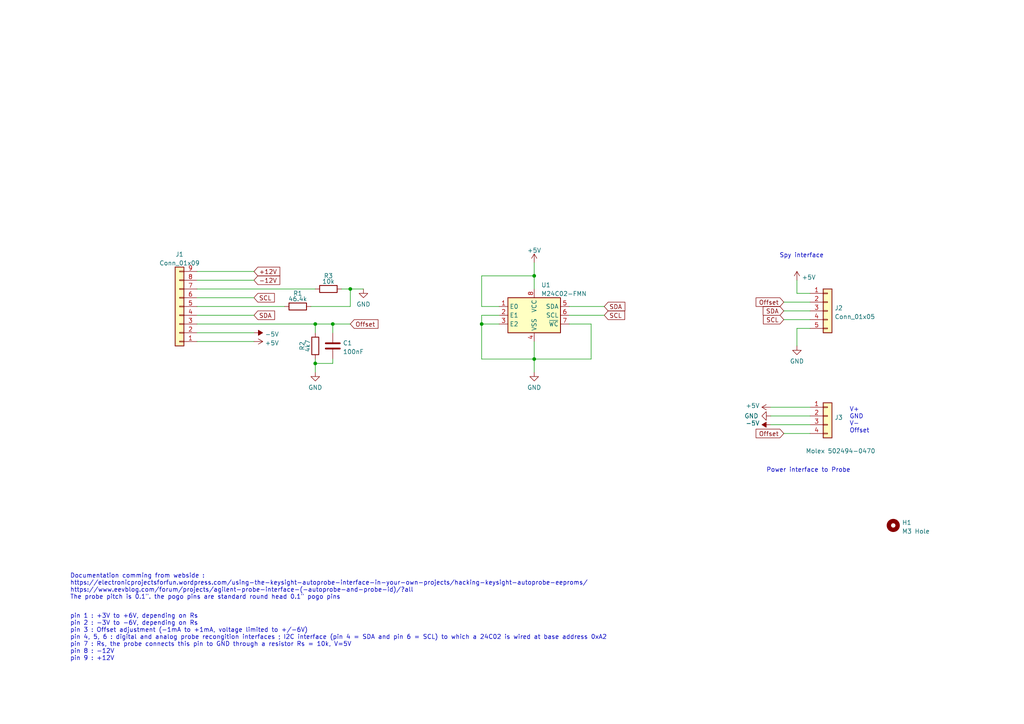
<source format=kicad_sch>
(kicad_sch (version 20231120) (generator "eeschema") (generator_version "8.0")
  (paper "A4")
  (title_block (title "Autoprobe DIY") (date "2022-08-20") (rev "0.1"))
  (lib_symbols
    (symbol "Connector_Generic:Conn_01x04" (pin_names (offset 1.016) hide)
      (property "Reference" "J" (at 0 5.08 0))
      (property "Value" "Conn_01x04" (at 0 -7.62 0))
      (symbol "Conn_01x04_1_1"
        (rectangle (start -1.27 -4.953) (end 0 -5.207) (stroke (width 0.1524)))
        (rectangle (start -1.27 -2.413) (end 0 -2.667) (stroke (width 0.1524)))
        (rectangle (start -1.27 0.127) (end 0 -0.127) (stroke (width 0.1524)))
        (rectangle (start -1.27 2.667) (end 0 2.413) (stroke (width 0.1524)))
        (rectangle (start -1.27 3.81) (end 1.27 -6.35) (stroke (width 0.254)) (fill (type background)))
        (pin passive line (at -5.08 2.54 0) (length 3.81) (name "Pin_1") (number "1"))
        (pin passive line (at -5.08 0 0) (length 3.81) (name "Pin_2") (number "2"))
        (pin passive line (at -5.08 -2.54 0) (length 3.81) (name "Pin_3") (number "3"))
        (pin passive line (at -5.08 -5.08 0) (length 3.81) (name "Pin_4") (number "4"))
      )
    )
    (symbol "Connector_Generic:Conn_01x05" (pin_names (offset 1.016) hide)
      (property "Reference" "J" (at 0 7.62 0))
      (property "Value" "Conn_01x05" (at 0 -7.62 0))
      (symbol "Conn_01x05_1_1"
        (rectangle (start -1.27 -4.953) (end 0 -5.207) (stroke (width 0.1524)))
        (rectangle (start -1.27 -2.413) (end 0 -2.667) (stroke (width 0.1524)))
        (rectangle (start -1.27 0.127) (end 0 -0.127) (stroke (width 0.1524)))
        (rectangle (start -1.27 2.667) (end 0 2.413) (stroke (width 0.1524)))
        (rectangle (start -1.27 5.207) (end 0 4.953) (stroke (width 0.1524)))
        (rectangle (start -1.27 6.35) (end 1.27 -6.35) (stroke (width 0.254)) (fill (type background)))
        (pin passive line (at -5.08 5.08 0) (length 3.81) (name "Pin_1") (number "1"))
        (pin passive line (at -5.08 2.54 0) (length 3.81) (name "Pin_2") (number "2"))
        (pin passive line (at -5.08 0 0) (length 3.81) (name "Pin_3") (number "3"))
        (pin passive line (at -5.08 -2.54 0) (length 3.81) (name "Pin_4") (number "4"))
        (pin passive line (at -5.08 -5.08 0) (length 3.81) (name "Pin_5") (number "5"))
      )
    )
    (symbol "Connector_Generic:Conn_01x09" (pin_names (offset 1.016) hide)
      (property "Reference" "J" (at 0 12.7 0))
      (property "Value" "Conn_01x09" (at 0 -12.7 0))
      (symbol "Conn_01x09_1_1"
        (rectangle (start -1.27 -10.033) (end 0 -10.287) (stroke (width 0.1524)))
        (rectangle (start -1.27 -7.493) (end 0 -7.747) (stroke (width 0.1524)))
        (rectangle (start -1.27 -4.953) (end 0 -5.207) (stroke (width 0.1524)))
        (rectangle (start -1.27 -2.413) (end 0 -2.667) (stroke (width 0.1524)))
        (rectangle (start -1.27 0.127) (end 0 -0.127) (stroke (width 0.1524)))
        (rectangle (start -1.27 2.667) (end 0 2.413) (stroke (width 0.1524)))
        (rectangle (start -1.27 5.207) (end 0 4.953) (stroke (width 0.1524)))
        (rectangle (start -1.27 7.747) (end 0 7.493) (stroke (width 0.1524)))
        (rectangle (start -1.27 10.287) (end 0 10.033) (stroke (width 0.1524)))
        (rectangle (start -1.27 11.43) (end 1.27 -11.43) (stroke (width 0.254)) (fill (type background)))
        (pin passive line (at -5.08 10.16 0) (length 3.81) (name "Pin_1") (number "1"))
        (pin passive line (at -5.08 7.62 0) (length 3.81) (name "Pin_2") (number "2"))
        (pin passive line (at -5.08 5.08 0) (length 3.81) (name "Pin_3") (number "3"))
        (pin passive line (at -5.08 2.54 0) (length 3.81) (name "Pin_4") (number "4"))
        (pin passive line (at -5.08 0 0) (length 3.81) (name "Pin_5") (number "5"))
        (pin passive line (at -5.08 -2.54 0) (length 3.81) (name "Pin_6") (number "6"))
        (pin passive line (at -5.08 -5.08 0) (length 3.81) (name "Pin_7") (number "7"))
        (pin passive line (at -5.08 -7.62 0) (length 3.81) (name "Pin_8") (number "8"))
        (pin passive line (at -5.08 -10.16 0) (length 3.81) (name "Pin_9") (number "9"))
      )
    )
    (symbol "Device:C" (pin_numbers hide) (pin_names (offset 0.254))
      (property "Reference" "C" (at 0.635 2.54 0))
      (property "Value" "C" (at 0.635 -2.54 0))
      (symbol "C_0_1"
        (polyline (pts (xy -2.032 -0.762) (xy 2.032 -0.762)) (stroke (width 0.508)))
        (polyline (pts (xy -2.032 0.762) (xy 2.032 0.762)) (stroke (width 0.508)))
      )
      (symbol "C_1_1"
        (pin passive line (at 0 3.81 270) (length 2.794) (name "~") (number "1"))
        (pin passive line (at 0 -3.81 90) (length 2.794) (name "~") (number "2"))
      )
    )
    (symbol "Device:R" (pin_numbers hide) (pin_names (offset 0))
      (property "Reference" "R" (at 2.032 0 90))
      (property "Value" "R" (at 0 0 90))
      (symbol "R_0_1"
        (rectangle (start -1.016 -2.54) (end 1.016 2.54) (stroke (width 0.254)))
      )
      (symbol "R_1_1"
        (pin passive line (at 0 3.81 270) (length 1.27) (name "~") (number "1"))
        (pin passive line (at 0 -3.81 90) (length 1.27) (name "~") (number "2"))
      )
    )
    (symbol "Mechanical:MountingHole" (pin_names (offset 1.016))
      (property "Reference" "H" (at 0 5.08 0))
      (property "Value" "MountingHole" (at 0 3.175 0))
      (symbol "MountingHole_0_1"
        (circle (center 0 0) (radius 1.27) (stroke (width 1.27)))
      )
    )
    (symbol "Memory_EEPROM:M24C02-FMN"
      (property "Reference" "U" (at -6.35 6.35 0))
      (property "Value" "M24C02-FMN" (at 7.62 6.35 0))
      (symbol "M24C02-FMN_0_1"
        (rectangle (start -7.62 5.08) (end 7.62 -5.08) (stroke (width 0.254)) (fill (type background)))
      )
      (symbol "M24C02-FMN_1_1"
        (pin input line (at -10.16 2.54 0) (length 2.54) (name "E0") (number "1"))
        (pin input line (at -10.16 0 0) (length 2.54) (name "E1") (number "2"))
        (pin input line (at -10.16 -2.54 0) (length 2.54) (name "E2") (number "3"))
        (pin power_in line (at 0 -7.62 90) (length 2.54) (name "VSS") (number "4"))
        (pin bidirectional line (at 10.16 2.54 180) (length 2.54) (name "SDA") (number "5"))
        (pin input line (at 10.16 0 180) (length 2.54) (name "SCL") (number "6"))
        (pin input line (at 10.16 -2.54 180) (length 2.54) (name "~{WC}") (number "7"))
        (pin power_in line (at 0 7.62 270) (length 2.54) (name "VCC") (number "8"))
      )
    )
    (symbol "power:+5V" (power) (pin_names (offset 0))
      (property "Value" "+5V" (at 0 3.556 0))
      (symbol "+5V_0_1"
        (polyline (pts (xy -0.762 1.27) (xy 0 2.54)))
        (polyline (pts (xy 0 0) (xy 0 2.54)))
        (polyline (pts (xy 0 2.54) (xy 0.762 1.27)))
      )
      (symbol "+5V_1_1"
        (pin power_in line (at 0 0 90) (length 0) hide (name "+5V") (number "1"))
      )
    )
    (symbol "power:-5V" (power) (pin_names (offset 0))
      (property "Value" "-5V" (at 0 3.81 0))
      (symbol "-5V_0_0"
        (pin power_in line (at 0 0 90) (length 0) hide (name "-5V") (number "1"))
      )
      (symbol "-5V_0_1"
        (polyline (pts (xy 0 0) (xy 0 1.27) (xy 0.762 1.27) (xy 0 2.54) (xy -0.762 1.27) (xy 0 1.27)) (fill (type outline)))
      )
    )
    (symbol "power:GND" (power) (pin_names (offset 0))
      (property "Value" "GND" (at 0 -3.81 0))
      (symbol "GND_0_1"
        (polyline (pts (xy 0 0) (xy 0 -1.27) (xy 1.27 -1.27) (xy 0 -2.54) (xy -1.27 -1.27) (xy 0 -1.27)))
      )
      (symbol "GND_1_1"
        (pin power_in line (at 0 0 270) (length 0) hide (name "GND") (number "1"))
      )
    )
  )
  (junction (at 101.6 83.82))
  (junction (at 154.94 104.14))
  (junction (at 91.44 93.98))
  (junction (at 91.44 105.41))
  (junction (at 96.52 93.98))
  (junction (at 139.7 93.98))
  (junction (at 154.94 80.01))
  (wire (pts (xy 139.7 91.44) (xy 139.7 93.98)))
  (wire (pts (xy 99.06 83.82) (xy 101.6 83.82)))
  (wire (pts (xy 139.7 104.14) (xy 154.94 104.14)))
  (wire (pts (xy 171.45 104.14) (xy 154.94 104.14)))
  (wire (pts (xy 227.33 87.63) (xy 234.95 87.63)))
  (wire (pts (xy 57.15 83.82) (xy 91.44 83.82)))
  (wire (pts (xy 139.7 80.01) (xy 154.94 80.01)))
  (wire (pts (xy 227.33 90.17) (xy 234.95 90.17)))
  (wire (pts (xy 154.94 104.14) (xy 154.94 107.95)))
  (wire (pts (xy 91.44 93.98) (xy 96.52 93.98)))
  (wire (pts (xy 165.1 88.9) (xy 175.26 88.9)))
  (wire (pts (xy 57.15 81.28) (xy 73.66 81.28)))
  (wire (pts (xy 57.15 93.98) (xy 91.44 93.98)))
  (wire (pts (xy 91.44 96.52) (xy 91.44 93.98)))
  (wire (pts (xy 165.1 93.98) (xy 171.45 93.98)))
  (wire (pts (xy 223.52 123.19) (xy 234.95 123.19)))
  (wire (pts (xy 139.7 93.98) (xy 139.7 104.14)))
  (wire (pts (xy 91.44 105.41) (xy 91.44 107.95)))
  (wire (pts (xy 91.44 105.41) (xy 96.52 105.41)))
  (wire (pts (xy 231.14 95.25) (xy 231.14 100.33)))
  (wire (pts (xy 139.7 80.01) (xy 139.7 88.9)))
  (wire (pts (xy 139.7 88.9) (xy 144.78 88.9)))
  (wire (pts (xy 231.14 85.09) (xy 231.14 81.28)))
  (wire (pts (xy 154.94 76.2) (xy 154.94 80.01)))
  (wire (pts (xy 139.7 93.98) (xy 144.78 93.98)))
  (wire (pts (xy 57.15 88.9) (xy 82.55 88.9)))
  (wire (pts (xy 234.95 95.25) (xy 231.14 95.25)))
  (wire (pts (xy 57.15 96.52) (xy 73.66 96.52)))
  (wire (pts (xy 96.52 96.52) (xy 96.52 93.98)))
  (wire (pts (xy 57.15 91.44) (xy 73.66 91.44)))
  (wire (pts (xy 171.45 93.98) (xy 171.45 104.14)))
  (wire (pts (xy 57.15 86.36) (xy 73.66 86.36)))
  (wire (pts (xy 96.52 104.14) (xy 96.52 105.41)))
  (wire (pts (xy 223.52 118.11) (xy 234.95 118.11)))
  (wire (pts (xy 139.7 91.44) (xy 144.78 91.44)))
  (wire (pts (xy 154.94 99.06) (xy 154.94 104.14)))
  (wire (pts (xy 227.33 92.71) (xy 234.95 92.71)))
  (wire (pts (xy 91.44 104.14) (xy 91.44 105.41)))
  (wire (pts (xy 57.15 78.74) (xy 73.66 78.74)))
  (wire (pts (xy 96.52 93.98) (xy 101.6 93.98)))
  (wire (pts (xy 165.1 91.44) (xy 175.26 91.44)))
  (wire (pts (xy 227.33 125.73) (xy 234.95 125.73)))
  (wire (pts (xy 57.15 99.06) (xy 73.66 99.06)))
  (wire (pts (xy 90.17 88.9) (xy 101.6 88.9)))
  (wire (pts (xy 101.6 83.82) (xy 105.41 83.82)))
  (wire (pts (xy 101.6 83.82) (xy 101.6 88.9)))
  (wire (pts (xy 154.94 80.01) (xy 154.94 83.82)))
  (wire (pts (xy 223.52 120.65) (xy 234.95 120.65)))
  (wire (pts (xy 234.95 85.09) (xy 231.14 85.09)))
  (text "pin 1 : +3V to +6V, depending on Rs\npin 2 : -3V to -6V, depending on Rs\npin 3 : Offset adjustment (-1mA to +1mA, voltage limited to +/-6V)\npin 4, 5, 6 : digital and analog probe recongition interfaces ; I2C interface (pin 4 = SDA and pin 6 = SCL) to which a 24C02 is wired at base address 0xA2\npin 7 : Rs, the probe connects this pin to GND through a resistor Rs = 10k, V=5V\npin 8 : -12V\npin 9 : +12V" (at 20.32 191.77 0) (effects (font (size 1.27 1.27)) (justify left bottom)))
  (text "Documentation comming from webside :\nhttps://electronicprojectsforfun.wordpress.com/using-the-keysight-autoprobe-interface-in-your-own-projects/hacking-keysight-autoprobe-eeproms/\nhttps://www.eevblog.com/forum/projects/agilent-probe-interface-(-autoprobe-and-probe-id)/?all\nThe probe pitch is 0.1\". the pogo pins are standard round head 0.1\" pogo pins" (at 20.32 173.99 0) (effects (font (size 1.27 1.27)) (justify left bottom)))
  (text "V+\nGND\nV-\nOffset" (at 246.38 125.73 0) (effects (font (size 1.27 1.27)) (justify left bottom)))
  (text "Power interface to Probe" (at 222.25 137.16 0) (effects (font (size 1.27 1.27)) (justify left bottom)))
  (text "Spy interface" (at 226.06 74.93 0) (effects (font (size 1.27 1.27)) (justify left bottom)))
  (global_label "SCL" (shape input) (at 73.66 86.36 0) (property "Intersheetrefs" "${INTERSHEET_REFS}" (effects (hide yes))))
  (global_label "Offset" (shape input) (at 101.6 93.98 0) (property "Intersheetrefs" "${INTERSHEET_REFS}" (effects (hide yes))))
  (global_label "SCL" (shape input) (at 227.33 92.71 180) (property "Intersheetrefs" "${INTERSHEET_REFS}" (effects (hide yes))))
  (global_label "Offset" (shape input) (at 227.33 125.73 180) (property "Intersheetrefs" "${INTERSHEET_REFS}" (effects (hide yes))))
  (global_label "-12V" (shape input) (at 73.66 81.28 0) (property "Intersheetrefs" "${INTERSHEET_REFS}" (effects (hide yes))))
  (global_label "Offset" (shape input) (at 227.33 87.63 180) (property "Intersheetrefs" "${INTERSHEET_REFS}" (effects (hide yes))))
  (global_label "SDA" (shape input) (at 175.26 88.9 0) (property "Intersheetrefs" "${INTERSHEET_REFS}" (effects (hide yes))))
  (global_label "SCL" (shape input) (at 175.26 91.44 0) (property "Intersheetrefs" "${INTERSHEET_REFS}" (effects (hide yes))))
  (global_label "SDA" (shape input) (at 227.33 90.17 180) (property "Intersheetrefs" "${INTERSHEET_REFS}" (effects (hide yes))))
  (global_label "SDA" (shape input) (at 73.66 91.44 0) (property "Intersheetrefs" "${INTERSHEET_REFS}" (effects (hide yes))))
  (global_label "+12V" (shape input) (at 73.66 78.74 0) (property "Intersheetrefs" "${INTERSHEET_REFS}" (effects (hide yes))))
  (symbol (lib_id "Connector_Generic:Conn_01x05") (at 240.03 90.17 0) (unit 1)
    (property "Reference" "J2" (at 242.062 89.3353 0) (effects (justify left)))
    (property "Value" "Conn_01x05" (at 242.062 91.8722 0) (effects (justify left)))
    (property "Footprint" "Connector_PinHeader_2.54mm:PinHeader_1x05_P2.54mm_Vertical" (effects (hide yes)))
  )
  (symbol (lib_id "power:-5V") (at 223.52 123.19 90) (unit 1)
    (property "Reference" "#PWR09" (effects (hide yes)))
    (property "Value" "-5V" (at 220.345 122.7562 90) (effects (justify left)))
  )
  (symbol (lib_id "Connector_Generic:Conn_01x04") (at 240.03 120.65 0) (unit 1)
    (property "Reference" "J3" (at 242.062 121.0853 0) (effects (justify left)))
    (property "Value" "Molex 502494-0470" (at 233.68 130.81 0) (effects (justify left)))
    (property "Footprint" "Connector_Molex:Molex_CLIK-Mate_502494-0470_1x04-1MP_P2.00mm_Horizontal" (effects (hide yes)))
    (property "Datasheet" "https://www.molex.com/molex/products/part-detail/pcb_receptacles/5024940470" (effects (hide yes)))
  )
  (symbol (lib_id "power:+5V") (at 231.14 81.28 0) (unit 1)
    (property "Reference" "#PWR010" (effects (hide yes)))
    (property "Value" "+5V" (at 232.537 80.4438 0) (effects (justify left)))
  )
  (symbol (lib_id "Connector_Generic:Conn_01x09") (at 52.07 88.9 180) (unit 1)
    (property "Reference" "J1" (at 52.07 73.7702 0))
    (property "Value" "Conn_01x09" (at 52.07 76.3071 0))
    (property "Footprint" "Connector_PinHeader_2.54mm:PinHeader_1x09_P2.54mm_Horizontal" (effects (hide yes)))
  )
  (symbol (lib_id "power:+5V") (at 73.66 99.06 270) (unit 1)
    (property "Reference" "#PWR02" (effects (hide yes)))
    (property "Value" "+5V" (at 76.835 99.4938 90) (effects (justify left)))
  )
  (symbol (lib_id "power:GND") (at 154.94 107.95 0) (unit 1)
    (property "Reference" "#PWR06" (effects (hide yes)))
    (property "Value" "GND" (at 154.94 112.3934 0))
  )
  (symbol (lib_id "power:GND") (at 105.41 83.82 0) (unit 1)
    (property "Reference" "#PWR04" (effects (hide yes)))
    (property "Value" "GND" (at 105.41 88.2634 0))
  )
  (symbol (lib_id "power:-5V") (at 73.66 96.52 270) (unit 1)
    (property "Reference" "#PWR01" (effects (hide yes)))
    (property "Value" "-5V" (at 76.835 96.9538 90) (effects (justify left)))
  )
  (symbol (lib_id "power:GND") (at 231.14 100.33 0) (unit 1)
    (property "Reference" "#PWR011" (effects (hide yes)))
    (property "Value" "GND" (at 231.14 104.7734 0))
  )
  (symbol (lib_id "power:+5V") (at 154.94 76.2 0) (unit 1)
    (property "Reference" "#PWR05" (effects (hide yes)))
    (property "Value" "+5V" (at 154.94 72.6242 0))
  )
  (symbol (lib_id "power:GND") (at 223.52 120.65 270) (unit 1)
    (property "Reference" "#PWR08" (effects (hide yes)))
    (property "Value" "GND" (at 215.9 120.65 90) (effects (justify left)))
  )
  (symbol (lib_id "Memory_EEPROM:M24C02-FMN") (at 154.94 91.44 0) (unit 1)
    (property "Reference" "U1" (at 156.9594 82.6602 0) (effects (justify left)))
    (property "Value" "M24C02-FMN" (at 156.9594 85.1971 0) (effects (justify left)))
    (property "Footprint" "Package_SO:SOIC-8_3.9x4.9mm_P1.27mm" (effects (hide yes)))
    (property "Datasheet" "http://www.st.com/content/ccc/resource/technical/document/datasheet/b0/d8/50/40/5a/85/49/6f/DM00071904.pdf/files/DM00071904.pdf/jcr:content/translations/en.DM00071904.pdf" (effects (hide yes)))
  )
  (symbol (lib_id "Device:R") (at 86.36 88.9 90) (unit 1)
    (property "Reference" "R1" (at 86.36 85.09 90))
    (property "Value" "46.4k" (at 86.36 86.7211 90))
    (property "Footprint" "Resistor_SMD:R_0402_1005Metric_Pad0.72x0.64mm_HandSolder" (effects (hide yes)))
  )
  (symbol (lib_id "Device:R") (at 95.25 83.82 90) (unit 1)
    (property "Reference" "R3" (at 95.25 80.01 90))
    (property "Value" "10k" (at 95.25 81.6411 90))
    (property "Footprint" "Resistor_SMD:R_0402_1005Metric_Pad0.72x0.64mm_HandSolder" (effects (hide yes)))
  )
  (symbol (lib_id "Device:C") (at 96.52 100.33 0) (unit 1)
    (property "Reference" "C1" (at 99.441 99.4953 0) (effects (justify left)))
    (property "Value" "100nF" (at 99.441 102.0322 0) (effects (justify left)))
    (property "Footprint" "Capacitor_SMD:C_0402_1005Metric_Pad0.74x0.62mm_HandSolder" (effects (hide yes)))
  )
  (symbol (lib_id "Device:R") (at 91.44 100.33 180) (unit 1)
    (property "Reference" "R2" (at 87.63 100.33 90))
    (property "Value" "4k7" (at 89.2611 100.33 90))
    (property "Footprint" "Resistor_SMD:R_0402_1005Metric_Pad0.72x0.64mm_HandSolder" (effects (hide yes)))
  )
  (symbol (lib_id "Mechanical:MountingHole") (at 259.08 152.4 0) (unit 1)
    (property "Reference" "H1" (at 261.62 151.5653 0) (effects (justify left)))
    (property "Value" "M3 Hole" (at 261.62 154.1022 0) (effects (justify left)))
    (property "Footprint" "MountingHole:MountingHole_3.2mm_M3" (effects (hide yes)))
  )
  (symbol (lib_id "power:GND") (at 91.44 107.95 0) (unit 1)
    (property "Reference" "#PWR03" (effects (hide yes)))
    (property "Value" "GND" (at 91.44 112.3934 0))
  )
  (symbol (lib_id "power:+5V") (at 223.52 118.11 90) (unit 1)
    (property "Reference" "#PWR07" (effects (hide yes)))
    (property "Value" "+5V" (at 220.345 117.6762 90) (effects (justify left)))
  )
)
</source>
